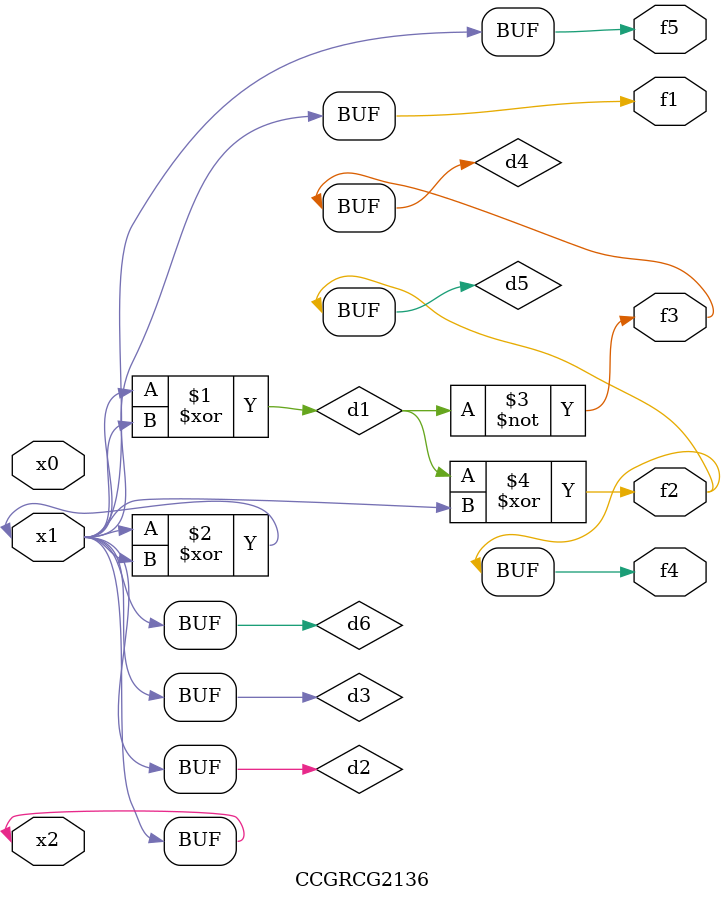
<source format=v>
module CCGRCG2136(
	input x0, x1, x2,
	output f1, f2, f3, f4, f5
);

	wire d1, d2, d3, d4, d5, d6;

	xor (d1, x1, x2);
	buf (d2, x1, x2);
	xor (d3, x1, x2);
	nor (d4, d1);
	xor (d5, d1, d2);
	buf (d6, d2, d3);
	assign f1 = d6;
	assign f2 = d5;
	assign f3 = d4;
	assign f4 = d5;
	assign f5 = d6;
endmodule

</source>
